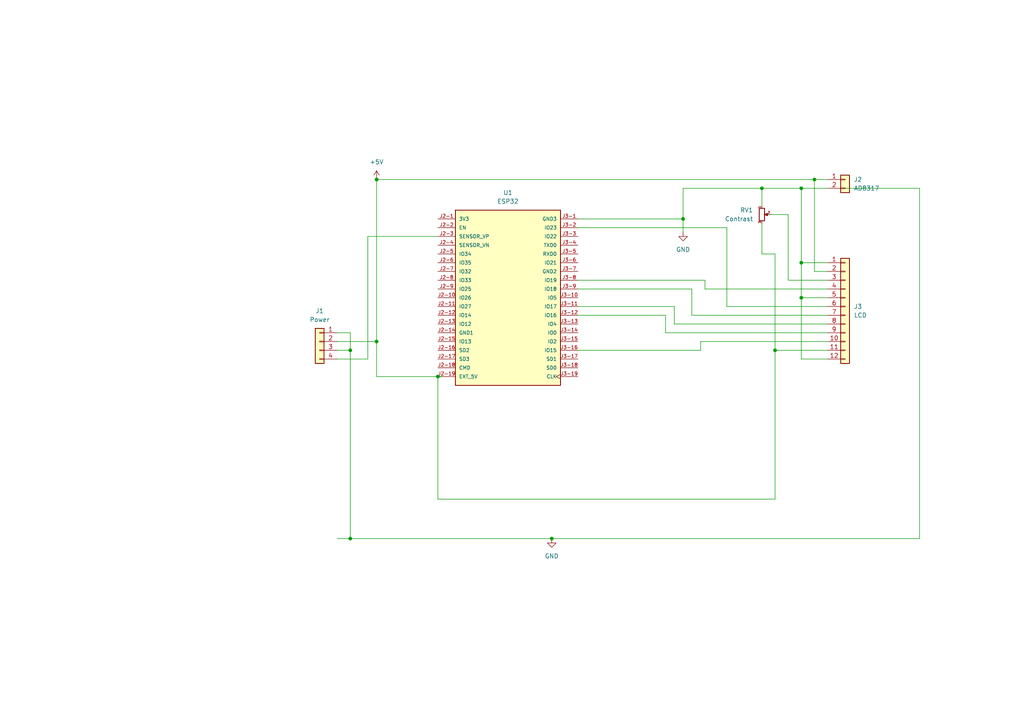
<source format=kicad_sch>
(kicad_sch (version 20211123) (generator eeschema)
  (paper "A4")
  (lib_symbols
    (symbol "Connector_Generic:Conn_01x02" (pin_names (offset 1.016) hide)
      (property "Reference" "J" (at 0 2.54 0))
      (property "Value" "Conn_01x02" (at 0 -5.08 0))
      (symbol "Conn_01x02_1_1"
        (rectangle (start -1.27 -2.413) (end 0 -2.667) (stroke (width 0.1524)))
        (rectangle (start -1.27 0.127) (end 0 -0.127) (stroke (width 0.1524)))
        (rectangle (start -1.27 1.27) (end 1.27 -3.81) (stroke (width 0.254)) (fill (type background)))
        (pin passive line (at -5.08 0 0) (length 3.81) (name "Pin_1") (number "1"))
        (pin passive line (at -5.08 -2.54 0) (length 3.81) (name "Pin_2") (number "2"))
      )
    )
    (symbol "Connector_Generic:Conn_01x04" (pin_names (offset 1.016) hide)
      (property "Reference" "J" (at 0 5.08 0))
      (property "Value" "Conn_01x04" (at 0 -7.62 0))
      (symbol "Conn_01x04_1_1"
        (rectangle (start -1.27 -4.953) (end 0 -5.207) (stroke (width 0.1524)))
        (rectangle (start -1.27 -2.413) (end 0 -2.667) (stroke (width 0.1524)))
        (rectangle (start -1.27 0.127) (end 0 -0.127) (stroke (width 0.1524)))
        (rectangle (start -1.27 2.667) (end 0 2.413) (stroke (width 0.1524)))
        (rectangle (start -1.27 3.81) (end 1.27 -6.35) (stroke (width 0.254)) (fill (type background)))
        (pin passive line (at -5.08 2.54 0) (length 3.81) (name "Pin_1") (number "1"))
        (pin passive line (at -5.08 0 0) (length 3.81) (name "Pin_2") (number "2"))
        (pin passive line (at -5.08 -2.54 0) (length 3.81) (name "Pin_3") (number "3"))
        (pin passive line (at -5.08 -5.08 0) (length 3.81) (name "Pin_4") (number "4"))
      )
    )
    (symbol "Connector_Generic:Conn_01x12" (pin_names (offset 1.016) hide)
      (property "Reference" "J" (at 0 15.24 0))
      (property "Value" "Conn_01x12" (at 0 -17.78 0))
      (symbol "Conn_01x12_1_1"
        (rectangle (start -1.27 -15.113) (end 0 -15.367) (stroke (width 0.1524)))
        (rectangle (start -1.27 -12.573) (end 0 -12.827) (stroke (width 0.1524)))
        (rectangle (start -1.27 -10.033) (end 0 -10.287) (stroke (width 0.1524)))
        (rectangle (start -1.27 -7.493) (end 0 -7.747) (stroke (width 0.1524)))
        (rectangle (start -1.27 -4.953) (end 0 -5.207) (stroke (width 0.1524)))
        (rectangle (start -1.27 -2.413) (end 0 -2.667) (stroke (width 0.1524)))
        (rectangle (start -1.27 0.127) (end 0 -0.127) (stroke (width 0.1524)))
        (rectangle (start -1.27 2.667) (end 0 2.413) (stroke (width 0.1524)))
        (rectangle (start -1.27 5.207) (end 0 4.953) (stroke (width 0.1524)))
        (rectangle (start -1.27 7.747) (end 0 7.493) (stroke (width 0.1524)))
        (rectangle (start -1.27 10.287) (end 0 10.033) (stroke (width 0.1524)))
        (rectangle (start -1.27 12.827) (end 0 12.573) (stroke (width 0.1524)))
        (rectangle (start -1.27 13.97) (end 1.27 -16.51) (stroke (width 0.254)) (fill (type background)))
        (pin passive line (at -5.08 12.7 0) (length 3.81) (name "Pin_1") (number "1"))
        (pin passive line (at -5.08 -10.16 0) (length 3.81) (name "Pin_10") (number "10"))
        (pin passive line (at -5.08 -12.7 0) (length 3.81) (name "Pin_11") (number "11"))
        (pin passive line (at -5.08 -15.24 0) (length 3.81) (name "Pin_12") (number "12"))
        (pin passive line (at -5.08 10.16 0) (length 3.81) (name "Pin_2") (number "2"))
        (pin passive line (at -5.08 7.62 0) (length 3.81) (name "Pin_3") (number "3"))
        (pin passive line (at -5.08 5.08 0) (length 3.81) (name "Pin_4") (number "4"))
        (pin passive line (at -5.08 2.54 0) (length 3.81) (name "Pin_5") (number "5"))
        (pin passive line (at -5.08 0 0) (length 3.81) (name "Pin_6") (number "6"))
        (pin passive line (at -5.08 -2.54 0) (length 3.81) (name "Pin_7") (number "7"))
        (pin passive line (at -5.08 -5.08 0) (length 3.81) (name "Pin_8") (number "8"))
        (pin passive line (at -5.08 -7.62 0) (length 3.81) (name "Pin_9") (number "9"))
      )
    )
    (symbol "Device:R_Potentiometer_Small" (pin_names (offset 1.016) hide)
      (property "Reference" "RV" (at -4.445 0 90))
      (property "Value" "R_Potentiometer_Small" (at -2.54 0 90))
      (symbol "R_Potentiometer_Small_0_1"
        (polyline (pts (xy 0.889 0) (xy 0.635 0) (xy 1.651 0.381) (xy 1.651 -0.381) (xy 0.635 0) (xy 0.889 0)) (fill (type outline)))
        (rectangle (start 0.762 1.8034) (end -0.762 -1.8034) (stroke (width 0.254)))
      )
      (symbol "R_Potentiometer_Small_1_1"
        (pin passive line (at 0 2.54 270) (length 0.635) (name "1") (number "1"))
        (pin passive line (at 2.54 0 180) (length 0.9906) (name "2") (number "2"))
        (pin passive line (at 0 -2.54 90) (length 0.635) (name "3") (number "3"))
      )
    )
    (symbol "ESP32-DEVKITC-32D:ESP32-DEVKITC-32D" (pin_names (offset 1.016))
      (property "Reference" "U" (at -15.2572 26.0643 0))
      (property "Value" "ESP32-DEVKITC-32D" (at -15.2563 -27.9698 0))
      (symbol "ESP32-DEVKITC-32D_0_0"
        (rectangle (start -15.24 -25.4) (end 15.24 25.4) (stroke (width 0.254)) (fill (type background)))
        (pin power_in line (at -20.32 22.86 0) (length 5.08) (name "3V3") (number "J2-1"))
        (pin bidirectional line (at -20.32 0 0) (length 5.08) (name "IO26") (number "J2-10"))
        (pin bidirectional line (at -20.32 -2.54 0) (length 5.08) (name "IO27") (number "J2-11"))
        (pin bidirectional line (at -20.32 -5.08 0) (length 5.08) (name "IO14") (number "J2-12"))
        (pin bidirectional line (at -20.32 -7.62 0) (length 5.08) (name "IO12") (number "J2-13"))
        (pin power_in line (at -20.32 -10.16 0) (length 5.08) (name "GND1") (number "J2-14"))
        (pin bidirectional line (at -20.32 -12.7 0) (length 5.08) (name "IO13") (number "J2-15"))
        (pin bidirectional line (at -20.32 -15.24 0) (length 5.08) (name "SD2") (number "J2-16"))
        (pin bidirectional line (at -20.32 -17.78 0) (length 5.08) (name "SD3") (number "J2-17"))
        (pin bidirectional line (at -20.32 -20.32 0) (length 5.08) (name "CMD") (number "J2-18"))
        (pin power_in line (at -20.32 -22.86 0) (length 5.08) (name "EXT_5V") (number "J2-19"))
        (pin input line (at -20.32 20.32 0) (length 5.08) (name "EN") (number "J2-2"))
        (pin input line (at -20.32 17.78 0) (length 5.08) (name "SENSOR_VP") (number "J2-3"))
        (pin input line (at -20.32 15.24 0) (length 5.08) (name "SENSOR_VN") (number "J2-4"))
        (pin bidirectional line (at -20.32 12.7 0) (length 5.08) (name "IO34") (number "J2-5"))
        (pin bidirectional line (at -20.32 10.16 0) (length 5.08) (name "IO35") (number "J2-6"))
        (pin bidirectional line (at -20.32 7.62 0) (length 5.08) (name "IO32") (number "J2-7"))
        (pin bidirectional line (at -20.32 5.08 0) (length 5.08) (name "IO33") (number "J2-8"))
        (pin bidirectional line (at -20.32 2.54 0) (length 5.08) (name "IO25") (number "J2-9"))
        (pin power_in line (at 20.32 22.86 180) (length 5.08) (name "GND3") (number "J3-1"))
        (pin bidirectional line (at 20.32 0 180) (length 5.08) (name "IO5") (number "J3-10"))
        (pin bidirectional line (at 20.32 -2.54 180) (length 5.08) (name "IO17") (number "J3-11"))
        (pin bidirectional line (at 20.32 -5.08 180) (length 5.08) (name "IO16") (number "J3-12"))
        (pin bidirectional line (at 20.32 -7.62 180) (length 5.08) (name "IO4") (number "J3-13"))
        (pin bidirectional line (at 20.32 -10.16 180) (length 5.08) (name "IO0") (number "J3-14"))
        (pin bidirectional line (at 20.32 -12.7 180) (length 5.08) (name "IO2") (number "J3-15"))
        (pin bidirectional line (at 20.32 -15.24 180) (length 5.08) (name "IO15") (number "J3-16"))
        (pin bidirectional line (at 20.32 -17.78 180) (length 5.08) (name "SD1") (number "J3-17"))
        (pin bidirectional line (at 20.32 -20.32 180) (length 5.08) (name "SD0") (number "J3-18"))
        (pin input clock (at 20.32 -22.86 180) (length 5.08) (name "CLK") (number "J3-19"))
        (pin bidirectional line (at 20.32 20.32 180) (length 5.08) (name "IO23") (number "J3-2"))
        (pin bidirectional line (at 20.32 17.78 180) (length 5.08) (name "IO22") (number "J3-3"))
        (pin output line (at 20.32 15.24 180) (length 5.08) (name "TXD0") (number "J3-4"))
        (pin input line (at 20.32 12.7 180) (length 5.08) (name "RXD0") (number "J3-5"))
        (pin bidirectional line (at 20.32 10.16 180) (length 5.08) (name "IO21") (number "J3-6"))
        (pin power_in line (at 20.32 7.62 180) (length 5.08) (name "GND2") (number "J3-7"))
        (pin bidirectional line (at 20.32 5.08 180) (length 5.08) (name "IO19") (number "J3-8"))
        (pin bidirectional line (at 20.32 2.54 180) (length 5.08) (name "IO18") (number "J3-9"))
      )
    )
    (symbol "power:+5V" (power) (pin_names (offset 0))
      (property "Value" "+5V" (at 0 3.556 0))
      (symbol "+5V_0_1"
        (polyline (pts (xy -0.762 1.27) (xy 0 2.54)))
        (polyline (pts (xy 0 0) (xy 0 2.54)))
        (polyline (pts (xy 0 2.54) (xy 0.762 1.27)))
      )
      (symbol "+5V_1_1"
        (pin power_in line (at 0 0 90) (length 0) hide (name "+5V") (number "1"))
      )
    )
    (symbol "power:GND" (power) (pin_names (offset 0))
      (property "Value" "GND" (at 0 -3.81 0))
      (symbol "GND_0_1"
        (polyline (pts (xy 0 0) (xy 0 -1.27) (xy 1.27 -1.27) (xy 0 -2.54) (xy -1.27 -1.27) (xy 0 -1.27)))
      )
      (symbol "GND_1_1"
        (pin power_in line (at 0 0 270) (length 0) hide (name "GND") (number "1"))
      )
    )
  )
  (junction (at 232.41 76.2))
  (junction (at 232.41 54.61))
  (junction (at 109.22 52.07))
  (junction (at 220.98 54.61))
  (junction (at 101.6 156.21))
  (junction (at 160.02 156.21))
  (junction (at 232.41 86.36))
  (junction (at 198.12 63.5))
  (junction (at 127 109.22))
  (junction (at 109.22 99.06))
  (junction (at 101.6 101.6))
  (junction (at 224.79 101.6))
  (junction (at 236.22 52.07))
  (wire (pts (xy 97.79 99.06) (xy 109.22 99.06)))
  (wire (pts (xy 240.03 78.74) (xy 236.22 78.74)))
  (wire (pts (xy 220.98 54.61) (xy 220.98 59.69)))
  (wire (pts (xy 228.6 81.28) (xy 228.6 62.23)))
  (wire (pts (xy 240.03 88.9) (xy 210.82 88.9)))
  (wire (pts (xy 236.22 52.07) (xy 240.03 52.07)))
  (wire (pts (xy 167.64 63.5) (xy 198.12 63.5)))
  (wire (pts (xy 167.64 88.9) (xy 195.58 88.9)))
  (wire (pts (xy 220.98 73.66) (xy 224.79 73.66)))
  (wire (pts (xy 232.41 76.2) (xy 232.41 86.36)))
  (wire (pts (xy 220.98 64.77) (xy 220.98 73.66)))
  (wire (pts (xy 210.82 88.9) (xy 210.82 66.04)))
  (wire (pts (xy 193.04 91.44) (xy 167.64 91.44)))
  (wire (pts (xy 101.6 96.52) (xy 101.6 101.6)))
  (wire (pts (xy 204.47 83.82) (xy 204.47 81.28)))
  (wire (pts (xy 200.66 83.82) (xy 167.64 83.82)))
  (wire (pts (xy 167.64 81.28) (xy 204.47 81.28)))
  (wire (pts (xy 224.79 73.66) (xy 224.79 101.6)))
  (wire (pts (xy 193.04 96.52) (xy 193.04 91.44)))
  (wire (pts (xy 200.66 91.44) (xy 200.66 83.82)))
  (wire (pts (xy 127 109.22) (xy 109.22 109.22)))
  (wire (pts (xy 203.2 99.06) (xy 203.2 101.6)))
  (wire (pts (xy 204.47 83.82) (xy 240.03 83.82)))
  (wire (pts (xy 240.03 54.61) (xy 232.41 54.61)))
  (wire (pts (xy 203.2 99.06) (xy 240.03 99.06)))
  (wire (pts (xy 240.03 91.44) (xy 200.66 91.44)))
  (wire (pts (xy 106.68 104.14) (xy 106.68 68.58)))
  (wire (pts (xy 106.68 68.58) (xy 127 68.58)))
  (wire (pts (xy 127 144.78) (xy 127 109.22)))
  (wire (pts (xy 232.41 86.36) (xy 232.41 104.14)))
  (wire (pts (xy 109.22 99.06) (xy 109.22 109.22)))
  (wire (pts (xy 266.7 54.61) (xy 266.7 156.21)))
  (wire (pts (xy 240.03 104.14) (xy 232.41 104.14)))
  (wire (pts (xy 240.03 81.28) (xy 228.6 81.28)))
  (wire (pts (xy 236.22 78.74) (xy 236.22 52.07)))
  (wire (pts (xy 160.02 156.21) (xy 101.6 156.21)))
  (wire (pts (xy 245.11 54.61) (xy 266.7 54.61)))
  (wire (pts (xy 198.12 63.5) (xy 198.12 67.31)))
  (wire (pts (xy 101.6 101.6) (xy 101.6 156.21)))
  (wire (pts (xy 240.03 96.52) (xy 193.04 96.52)))
  (wire (pts (xy 224.79 101.6) (xy 224.79 144.78)))
  (wire (pts (xy 101.6 156.21) (xy 97.79 156.21)))
  (wire (pts (xy 128.27 109.22) (xy 127 109.22)))
  (wire (pts (xy 127 144.78) (xy 224.79 144.78)))
  (wire (pts (xy 97.79 96.52) (xy 101.6 96.52)))
  (wire (pts (xy 109.22 52.07) (xy 109.22 99.06)))
  (wire (pts (xy 224.79 101.6) (xy 240.03 101.6)))
  (wire (pts (xy 195.58 93.98) (xy 195.58 88.9)))
  (wire (pts (xy 232.41 76.2) (xy 240.03 76.2)))
  (wire (pts (xy 220.98 54.61) (xy 198.12 54.61)))
  (wire (pts (xy 232.41 54.61) (xy 220.98 54.61)))
  (wire (pts (xy 266.7 156.21) (xy 160.02 156.21)))
  (wire (pts (xy 232.41 54.61) (xy 232.41 76.2)))
  (wire (pts (xy 240.03 93.98) (xy 195.58 93.98)))
  (wire (pts (xy 210.82 66.04) (xy 167.64 66.04)))
  (wire (pts (xy 97.79 101.6) (xy 101.6 101.6)))
  (wire (pts (xy 232.41 86.36) (xy 240.03 86.36)))
  (wire (pts (xy 97.79 104.14) (xy 106.68 104.14)))
  (wire (pts (xy 167.64 101.6) (xy 203.2 101.6)))
  (wire (pts (xy 198.12 54.61) (xy 198.12 63.5)))
  (wire (pts (xy 109.22 52.07) (xy 236.22 52.07)))
  (wire (pts (xy 228.6 62.23) (xy 223.52 62.23)))
  (symbol (lib_id "ESP32-DEVKITC-32D:ESP32-DEVKITC-32D") (at 147.32 86.36 0) (unit 1)
    (property "Reference" "U1" (at 147.32 55.88 0))
    (property "Value" "ESP32" (at 147.32 58.42 0))
    (property "Footprint" "MODULE_ESP32-DEVKITC-32D" (effects hide))
    (property "STANDARD" "Manufacturer Recommendations" (effects hide))
    (property "MAXIMUM_PACKAGE_HEIGHT" "N/A" (effects hide))
    (property "MANUFACTURER" "Espressif Systems" (effects hide))
    (property "SNAPEDA_PN" "ESP32-DEVKITC-32D" (effects hide))
    (property "PARTREV" "V4" (effects hide))
  )
  (symbol (lib_id "power:GND") (at 160.02 156.21 0) (unit 1)
    (property "Reference" "#PWR0101" (effects hide))
    (property "Value" "GND" (at 160.02 161.29 0))
  )
  (symbol (lib_id "Connector_Generic:Conn_01x04") (at 92.71 99.06 0) (mirror y) (unit 1)
    (property "Reference" "J1" (at 92.71 90.17 0))
    (property "Value" "Power" (at 92.71 92.71 0))
    (property "Footprint" "Connector_PinHeader_2.54mm:PinHeader_1x04_P2.54mm_Vertical" (effects hide))
  )
  (symbol (lib_id "Device:R_Potentiometer_Small") (at 220.98 62.23 0) (unit 1)
    (property "Reference" "RV1" (at 218.44 60.9599 0) (effects (justify right)))
    (property "Value" "Contrast" (at 218.44 63.4999 0) (effects (justify right)))
    (property "Footprint" "Potentiometer_THT:Potentiometer_Vishay_T73YP_Vertical" (effects hide))
  )
  (symbol (lib_id "Connector_Generic:Conn_01x02") (at 245.11 52.07 0) (unit 1)
    (property "Reference" "J2" (at 247.65 52.0699 0) (effects (justify left)))
    (property "Value" "AD8317" (at 247.65 54.6099 0) (effects (justify left)))
    (property "Footprint" "Connector_PinHeader_2.54mm:PinHeader_1x02_P2.54mm_Vertical" (effects hide))
  )
  (symbol (lib_id "power:GND") (at 198.12 67.31 0) (unit 1)
    (property "Reference" "#PWR02" (effects hide))
    (property "Value" "GND" (at 198.12 72.39 0))
  )
  (symbol (lib_id "Connector_Generic:Conn_01x12") (at 245.11 88.9 0) (unit 1)
    (property "Reference" "J3" (at 247.65 88.8999 0) (effects (justify left)))
    (property "Value" "LCD" (at 247.65 91.4399 0) (effects (justify left)))
    (property "Footprint" "Connector_PinHeader_2.54mm:PinHeader_1x12_P2.54mm_Vertical" (effects hide))
  )
  (symbol (lib_id "power:+5V") (at 109.22 52.07 0) (unit 1)
    (property "Reference" "#PWR01" (effects hide))
    (property "Value" "+5V" (at 109.22 46.99 0))
  )
)
</source>
